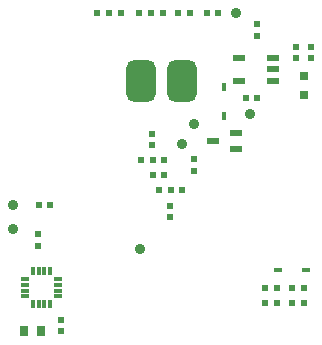
<source format=gbp>
G04*
G04 #@! TF.GenerationSoftware,Altium Limited,Altium Designer,22.3.1 (43)*
G04*
G04 Layer_Color=128*
%FSLAX25Y25*%
%MOIN*%
G70*
G04*
G04 #@! TF.SameCoordinates,8BB9F333-D91B-4341-8B3B-76DA7BD7A395*
G04*
G04*
G04 #@! TF.FilePolarity,Positive*
G04*
G01*
G75*
%ADD19R,0.02362X0.01968*%
%ADD21R,0.01968X0.02362*%
%ADD32R,0.04331X0.02362*%
%ADD58R,0.01400X0.02550*%
%ADD59R,0.03150X0.03150*%
%ADD60C,0.03543*%
G04:AMPARAMS|DCode=61|XSize=98.43mil|YSize=137.8mil|CornerRadius=24.61mil|HoleSize=0mil|Usage=FLASHONLY|Rotation=180.000|XOffset=0mil|YOffset=0mil|HoleType=Round|Shape=RoundedRectangle|*
%AMROUNDEDRECTD61*
21,1,0.09843,0.08858,0,0,180.0*
21,1,0.04921,0.13780,0,0,180.0*
1,1,0.04921,-0.02461,0.04429*
1,1,0.04921,0.02461,0.04429*
1,1,0.04921,0.02461,-0.04429*
1,1,0.04921,-0.02461,-0.04429*
%
%ADD61ROUNDEDRECTD61*%
%ADD62R,0.02953X0.01181*%
%ADD63R,0.01181X0.02953*%
%ADD64R,0.02550X0.01400*%
%ADD65R,0.03150X0.03543*%
D19*
X58531Y132500D02*
D03*
X62468D02*
D03*
X68032D02*
D03*
X71969D02*
D03*
X12032Y68500D02*
D03*
X15969D02*
D03*
X91469Y36122D02*
D03*
X87532D02*
D03*
X96531Y41122D02*
D03*
X100469D02*
D03*
X96531Y36122D02*
D03*
X100469D02*
D03*
X60000Y73500D02*
D03*
X56063D02*
D03*
X52126D02*
D03*
X54000Y83622D02*
D03*
X50063D02*
D03*
X46126D02*
D03*
X53437Y132500D02*
D03*
X49500D02*
D03*
X45563D02*
D03*
X39437D02*
D03*
X35500D02*
D03*
X31563D02*
D03*
X53969Y78622D02*
D03*
X50032D02*
D03*
X91469Y41122D02*
D03*
X87532D02*
D03*
X81032Y104378D02*
D03*
X84969D02*
D03*
D21*
X56000Y68468D02*
D03*
Y64531D02*
D03*
X50000Y88532D02*
D03*
Y92469D02*
D03*
X98000Y117532D02*
D03*
Y121468D02*
D03*
X103000Y121468D02*
D03*
Y117532D02*
D03*
X85000Y128969D02*
D03*
Y125031D02*
D03*
X64000Y80154D02*
D03*
Y84091D02*
D03*
X19400Y30468D02*
D03*
Y26531D02*
D03*
X12000Y55032D02*
D03*
Y58969D02*
D03*
D32*
X90012Y117618D02*
D03*
Y113878D02*
D03*
Y110138D02*
D03*
X78988D02*
D03*
Y117618D02*
D03*
X70260Y90000D02*
D03*
X77740Y87441D02*
D03*
Y92559D02*
D03*
D58*
X74000Y108000D02*
D03*
Y98350D02*
D03*
D59*
X100500Y105350D02*
D03*
Y111650D02*
D03*
D60*
X82500Y99000D02*
D03*
X3500Y60500D02*
D03*
Y68500D02*
D03*
X60000Y89000D02*
D03*
X46000Y54000D02*
D03*
X78000Y132500D02*
D03*
X64000Y95500D02*
D03*
D61*
X46307Y110122D02*
D03*
X59693D02*
D03*
D62*
X7390Y44075D02*
D03*
Y42106D02*
D03*
Y40138D02*
D03*
Y38169D02*
D03*
X18610D02*
D03*
Y40138D02*
D03*
Y42106D02*
D03*
Y44075D02*
D03*
D63*
X10047Y35512D02*
D03*
X12016D02*
D03*
X13984D02*
D03*
X15953D02*
D03*
Y46732D02*
D03*
X13984D02*
D03*
X12016D02*
D03*
X10047D02*
D03*
D64*
X101325Y47122D02*
D03*
X91675D02*
D03*
D65*
X12756Y26500D02*
D03*
X7244D02*
D03*
M02*

</source>
